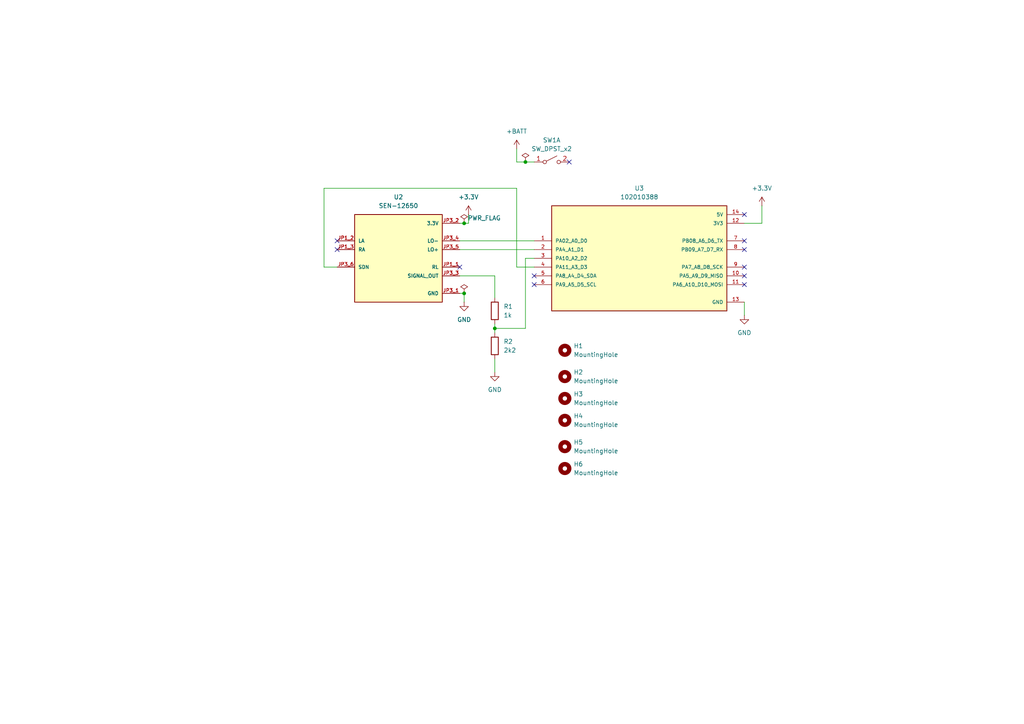
<source format=kicad_sch>
(kicad_sch (version 20231120) (generator "eeschema") (generator_version "8.0")
  (paper "A4")
  (lib_symbols
    (symbol "102010388:102010388" (pin_names (offset 1.016))
      (property "Reference" "U" (at -25.4 16.002 0))
      (property "Value" "102010388" (at -25.4 -17.78 0))
      (symbol "102010388_0_0"
        (rectangle (start -25.4 -15.24) (end 25.4 15.24) (stroke (width 0.254)) (fill (type background)))
        (pin bidirectional line (at -30.48 5.08 0) (length 5.08) (name "PA02_A0_D0") (number "1"))
        (pin bidirectional line (at 30.48 -5.08 180) (length 5.08) (name "PA5_A9_D9_MISO") (number "10"))
        (pin bidirectional line (at 30.48 -7.62 180) (length 5.08) (name "PA6_A10_D10_MOSI") (number "11"))
        (pin power_in line (at 30.48 10.16 180) (length 5.08) (name "3V3") (number "12"))
        (pin power_in line (at 30.48 -12.7 180) (length 5.08) (name "GND") (number "13"))
        (pin power_in line (at 30.48 12.7 180) (length 5.08) (name "5V") (number "14"))
        (pin bidirectional line (at -30.48 2.54 0) (length 5.08) (name "PA4_A1_D1") (number "2"))
        (pin bidirectional line (at -30.48 0 0) (length 5.08) (name "PA10_A2_D2") (number "3"))
        (pin bidirectional line (at -30.48 -2.54 0) (length 5.08) (name "PA11_A3_D3") (number "4"))
        (pin bidirectional line (at -30.48 -5.08 0) (length 5.08) (name "PA8_A4_D4_SDA") (number "5"))
        (pin bidirectional line (at -30.48 -7.62 0) (length 5.08) (name "PA9_A5_D5_SCL") (number "6"))
        (pin bidirectional line (at 30.48 5.08 180) (length 5.08) (name "PB08_A6_D6_TX") (number "7"))
        (pin bidirectional line (at 30.48 2.54 180) (length 5.08) (name "PB09_A7_D7_RX") (number "8"))
        (pin bidirectional line (at 30.48 -2.54 180) (length 5.08) (name "PA7_A8_D8_SCK") (number "9"))
      )
    )
    (symbol "Device:R" (pin_numbers hide) (pin_names (offset 0))
      (property "Reference" "R" (at 2.032 0 90))
      (property "Value" "R" (at 0 0 90))
      (symbol "R_0_1"
        (rectangle (start -1.016 -2.54) (end 1.016 2.54) (stroke (width 0.254)))
      )
      (symbol "R_1_1"
        (pin passive line (at 0 3.81 270) (length 1.27) (name "~") (number "1"))
        (pin passive line (at 0 -3.81 90) (length 1.27) (name "~") (number "2"))
      )
    )
    (symbol "Mechanical:MountingHole" (pin_names (offset 1.016))
      (property "Reference" "H" (at 0 5.08 0))
      (property "Value" "MountingHole" (at 0 3.175 0))
      (symbol "MountingHole_0_1"
        (circle (center 0 0) (radius 1.27) (stroke (width 1.27)))
      )
    )
    (symbol "SEN-12650:SEN-12650" (pin_names (offset 1.016))
      (property "Reference" "U" (at -12.7 13.462 0))
      (property "Value" "SEN-12650" (at -12.7 -15.24 0))
      (symbol "SEN-12650_0_0"
        (rectangle (start -12.7 -12.7) (end 12.7 12.7) (stroke (width 0.254)) (fill (type background)))
        (pin output line (at 17.78 -2.54 180) (length 5.08) (name "RL") (number "JP1_1"))
        (pin input line (at -17.78 5.08 0) (length 5.08) (name "LA") (number "JP1_2"))
        (pin input line (at -17.78 2.54 0) (length 5.08) (name "RA") (number "JP1_3"))
        (pin power_in line (at 17.78 -10.16 180) (length 5.08) (name "GND") (number "JP3_1"))
        (pin power_in line (at 17.78 10.16 180) (length 5.08) (name "3.3V") (number "JP3_2"))
        (pin output line (at 17.78 -5.08 180) (length 5.08) (name "SIGNAL_OUT") (number "JP3_3"))
        (pin output line (at 17.78 5.08 180) (length 5.08) (name "LO-") (number "JP3_4"))
        (pin output line (at 17.78 2.54 180) (length 5.08) (name "LO+") (number "JP3_5"))
        (pin input line (at -17.78 -2.54 0) (length 5.08) (name "SDN") (number "JP3_6"))
      )
    )
    (symbol "Switch:SW_DPST_x2" (pin_names (offset 0) hide)
      (property "Reference" "SW" (at 0 3.175 0))
      (property "Value" "SW_DPST_x2" (at 0 -2.54 0))
      (symbol "SW_DPST_x2_0_0"
        (circle (center -2.032 0) (radius 0.508))
        (polyline (pts (xy -1.524 0.254) (xy 1.524 1.778)))
        (circle (center 2.032 0) (radius 0.508))
      )
      (symbol "SW_DPST_x2_1_1"
        (pin passive line (at -5.08 0 0) (length 2.54) (name "A") (number "1"))
        (pin passive line (at 5.08 0 180) (length 2.54) (name "B") (number "2"))
      )
      (symbol "SW_DPST_x2_2_1"
        (pin passive line (at -5.08 0 0) (length 2.54) (name "A") (number "3"))
        (pin passive line (at 5.08 0 180) (length 2.54) (name "B") (number "4"))
      )
    )
    (symbol "power:+3.3V" (power) (pin_numbers hide) (pin_names (offset 0) hide)
      (property "Value" "+3.3V" (at 0 3.556 0))
      (symbol "+3.3V_0_1"
        (polyline (pts (xy -0.762 1.27) (xy 0 2.54)))
        (polyline (pts (xy 0 0) (xy 0 2.54)))
        (polyline (pts (xy 0 2.54) (xy 0.762 1.27)))
      )
      (symbol "+3.3V_1_1"
        (pin power_in line (at 0 0 90) (length 0) (name "~") (number "1"))
      )
    )
    (symbol "power:+BATT" (power) (pin_numbers hide) (pin_names (offset 0) hide)
      (property "Value" "+BATT" (at 0 3.556 0))
      (symbol "+BATT_0_1"
        (polyline (pts (xy -0.762 1.27) (xy 0 2.54)))
        (polyline (pts (xy 0 0) (xy 0 2.54)))
        (polyline (pts (xy 0 2.54) (xy 0.762 1.27)))
      )
      (symbol "+BATT_1_1"
        (pin power_in line (at 0 0 90) (length 0) (name "~") (number "1"))
      )
    )
    (symbol "power:GND" (power) (pin_numbers hide) (pin_names (offset 0) hide)
      (property "Value" "GND" (at 0 -3.81 0))
      (symbol "GND_0_1"
        (polyline (pts (xy 0 0) (xy 0 -1.27) (xy 1.27 -1.27) (xy 0 -2.54) (xy -1.27 -1.27) (xy 0 -1.27)))
      )
      (symbol "GND_1_1"
        (pin power_in line (at 0 0 270) (length 0) (name "~") (number "1"))
      )
    )
    (symbol "power:PWR_FLAG" (power) (pin_numbers hide) (pin_names (offset 0) hide)
      (property "Value" "PWR_FLAG" (at 0 3.81 0))
      (symbol "PWR_FLAG_0_0"
        (pin power_out line (at 0 0 90) (length 0) (name "~") (number "1"))
      )
      (symbol "PWR_FLAG_0_1"
        (polyline (pts (xy 0 0) (xy 0 1.27) (xy -1.016 1.905) (xy 0 2.54) (xy 1.016 1.905) (xy 0 1.27)))
      )
    )
  )
  (junction (at 134.62 64.77))
  (junction (at 143.51 95.25))
  (junction (at 152.4 46.99))
  (junction (at 134.62 85.09))
  (no_connect (at 154.94 80.01))
  (no_connect (at 215.9 80.01))
  (no_connect (at 215.9 62.23))
  (no_connect (at 215.9 69.85))
  (no_connect (at 215.9 82.55))
  (no_connect (at 97.79 72.39))
  (no_connect (at 165.1 46.99))
  (no_connect (at 215.9 77.47))
  (no_connect (at 97.79 69.85))
  (no_connect (at 215.9 72.39))
  (no_connect (at 154.94 82.55))
  (no_connect (at 133.35 77.47))
  (wire (pts (xy 97.79 77.47) (xy 93.98 77.47)))
  (wire (pts (xy 134.62 64.77) (xy 135.89 64.77)))
  (wire (pts (xy 143.51 104.14) (xy 143.51 107.95)))
  (wire (pts (xy 133.35 69.85) (xy 154.94 69.85)))
  (wire (pts (xy 220.98 59.69) (xy 220.98 64.77)))
  (wire (pts (xy 143.51 95.25) (xy 143.51 96.52)))
  (wire (pts (xy 149.86 54.61) (xy 149.86 77.47)))
  (wire (pts (xy 143.51 93.98) (xy 143.51 95.25)))
  (wire (pts (xy 154.94 46.99) (xy 152.4 46.99)))
  (wire (pts (xy 152.4 74.93) (xy 154.94 74.93)))
  (wire (pts (xy 152.4 95.25) (xy 143.51 95.25)))
  (wire (pts (xy 135.89 64.77) (xy 135.89 62.23)))
  (wire (pts (xy 133.35 64.77) (xy 134.62 64.77)))
  (wire (pts (xy 143.51 80.01) (xy 143.51 86.36)))
  (wire (pts (xy 93.98 54.61) (xy 149.86 54.61)))
  (wire (pts (xy 149.86 46.99) (xy 149.86 43.18)))
  (wire (pts (xy 133.35 72.39) (xy 154.94 72.39)))
  (wire (pts (xy 93.98 77.47) (xy 93.98 54.61)))
  (wire (pts (xy 134.62 87.63) (xy 134.62 85.09)))
  (wire (pts (xy 133.35 80.01) (xy 143.51 80.01)))
  (wire (pts (xy 152.4 46.99) (xy 149.86 46.99)))
  (wire (pts (xy 152.4 74.93) (xy 152.4 95.25)))
  (wire (pts (xy 149.86 77.47) (xy 154.94 77.47)))
  (wire (pts (xy 134.62 85.09) (xy 133.35 85.09)))
  (wire (pts (xy 220.98 64.77) (xy 215.9 64.77)))
  (wire (pts (xy 215.9 87.63) (xy 215.9 91.44)))
  (symbol (lib_id "power:GND") (at 134.62 87.63 0) (unit 1)
    (property "Reference" "#PWR04" (effects (hide yes)))
    (property "Value" "GND" (at 134.62 92.71 0))
    (property "Description" "Power symbol creates a global label with name \"GND\" , ground" (effects (hide yes)))
  )
  (symbol (lib_id "power:+BATT") (at 149.86 43.18 0) (unit 1)
    (property "Reference" "#PWR07" (effects (hide yes)))
    (property "Value" "+BATT" (at 149.86 38.1 0))
    (property "Description" "Power symbol creates a global label with name \"+BATT\"" (effects (hide yes)))
  )
  (symbol (lib_id "Mechanical:MountingHole") (at 163.83 129.54 0) (unit 1)
    (property "Reference" "H5" (at 166.37 128.2699 0) (effects (justify left)))
    (property "Value" "MountingHole" (at 166.37 130.8099 0) (effects (justify left)))
    (property "Footprint" "MountingHole:MountingHole_3.2mm_M3" (effects (hide yes)))
    (property "Description" "Mounting Hole without connection" (effects (hide yes)))
  )
  (symbol (lib_id "Mechanical:MountingHole") (at 163.83 135.89 0) (unit 1)
    (property "Reference" "H6" (at 166.37 134.6199 0) (effects (justify left)))
    (property "Value" "MountingHole" (at 166.37 137.1599 0) (effects (justify left)))
    (property "Footprint" "MountingHole:MountingHole_3.2mm_M3" (effects (hide yes)))
    (property "Description" "Mounting Hole without connection" (effects (hide yes)))
  )
  (symbol (lib_id "Device:R") (at 143.51 90.17 0) (unit 1)
    (property "Reference" "R1" (at 146.05 88.8999 0) (effects (justify left)))
    (property "Value" "1k" (at 146.05 91.4399 0) (effects (justify left)))
    (property "Footprint" "Resistor_THT:R_Axial_DIN0207_L6.3mm_D2.5mm_P7.62mm_Horizontal" (effects (hide yes)))
    (property "Description" "Resistor" (effects (hide yes)))
  )
  (symbol (lib_id "102010388:102010388") (at 185.42 74.93 0) (unit 1)
    (property "Reference" "U3" (at 185.42 54.61 0))
    (property "Value" "102010388" (at 185.42 57.15 0))
    (property "Footprint" "SEN-12650(1):MODULE_102010388" (effects (hide yes)))
    (property "MF" "seeed technology limited" (effects (hide yes)))
    (property "MAXIMUM_PACKAGE_HEIGHT" "N/A" (effects (hide yes)))
    (property "Package" "None" (effects (hide yes)))
    (property "Price" "None" (effects (hide yes)))
    (property "Check_prices" "https://www.snapeda.com/parts/102010388/Techno/view-part/?ref=eda" (effects (hide yes)))
    (property "STANDARD" "Manufacturer Recommendations" (effects (hide yes)))
    (property "PARTREV" "N/A" (effects (hide yes)))
    (property "SnapEDA_Link" "https://www.snapeda.com/parts/102010388/Techno/view-part/?ref=snap" (effects (hide yes)))
    (property "MP" "102010388" (effects (hide yes)))
    (property "Description_1" "\nSAMD21G18 Seeeduino XIAO - ARM® Cortex®-M0 MCU 32-Bit Embedded Evaluation Board\n" (effects (hide yes)))
    (property "MANUFACTURER" "Seeed Technology" (effects (hide yes)))
    (property "Availability" "In Stock" (effects (hide yes)))
    (property "SNAPEDA_PN" "102010388" (effects (hide yes)))
  )
  (symbol (lib_id "Mechanical:MountingHole") (at 163.83 121.92 0) (unit 1)
    (property "Reference" "H4" (at 166.37 120.6499 0) (effects (justify left)))
    (property "Value" "MountingHole" (at 166.37 123.1899 0) (effects (justify left)))
    (property "Footprint" "MountingHole:MountingHole_3.2mm_M3" (effects (hide yes)))
    (property "Description" "Mounting Hole without connection" (effects (hide yes)))
  )
  (symbol (lib_id "power:PWR_FLAG") (at 134.62 64.77 0) (unit 1)
    (property "Reference" "#FLG01" (effects (hide yes)))
    (property "Value" "PWR_FLAG" (at 140.462 63.246 0))
    (property "Description" "Special symbol for telling ERC where power comes from" (effects (hide yes)))
  )
  (symbol (lib_id "SEN-12650:SEN-12650") (at 115.57 74.93 0) (unit 1)
    (property "Reference" "U2" (at 115.57 57.15 0))
    (property "Value" "SEN-12650" (at 115.57 59.69 0))
    (property "Footprint" "SEN-12650(1):MODULE_SEN-12650" (effects (hide yes)))
    (property "MF" "SparkFun Electronics" (effects (hide yes)))
    (property "MAXIMUM_PACKAGE_HEIGHT" "5mm" (effects (hide yes)))
    (property "Package" "None" (effects (hide yes)))
    (property "Price" "None" (effects (hide yes)))
    (property "Check_prices" "https://www.snapeda.com/parts/SEN-12650/SparkFun+Electronics/view-part/?ref=eda" (effects (hide yes)))
    (property "STANDARD" "Manufacturer Recommendations" (effects (hide yes)))
    (property "PARTREV" "V10" (effects (hide yes)))
    (property "SnapEDA_Link" "https://www.snapeda.com/parts/SEN-12650/SparkFun+Electronics/view-part/?ref=snap" (effects (hide yes)))
    (property "MP" "SEN-12650" (effects (hide yes)))
    (property "Description_1" "\nAD8232 Analog Front End (AFE) for ECG, EKG Interface Evaluation Board\n" (effects (hide yes)))
    (property "SNAPEDA_PN" "SEN-12650" (effects (hide yes)))
    (property "Availability" "In Stock" (effects (hide yes)))
    (property "MANUFACTURER" "Sparkfun Electornics" (effects (hide yes)))
  )
  (symbol (lib_id "Mechanical:MountingHole") (at 163.83 109.22 0) (unit 1)
    (property "Reference" "H2" (at 166.37 107.9499 0) (effects (justify left)))
    (property "Value" "MountingHole" (at 166.37 110.4899 0) (effects (justify left)))
    (property "Footprint" "MountingHole:MountingHole_3.2mm_M3" (effects (hide yes)))
    (property "Description" "Mounting Hole without connection" (effects (hide yes)))
  )
  (symbol (lib_id "power:+3.3V") (at 135.89 62.23 0) (unit 1)
    (property "Reference" "#PWR05" (effects (hide yes)))
    (property "Value" "+3.3V" (at 135.89 57.15 0))
    (property "Description" "Power symbol creates a global label with name \"+3.3V\"" (effects (hide yes)))
  )
  (symbol (lib_id "power:+3.3V") (at 220.98 59.69 0) (unit 1)
    (property "Reference" "#PWR03" (effects (hide yes)))
    (property "Value" "+3.3V" (at 220.98 54.61 0))
    (property "Description" "Power symbol creates a global label with name \"+3.3V\"" (effects (hide yes)))
  )
  (symbol (lib_id "Device:R") (at 143.51 100.33 0) (unit 1)
    (property "Reference" "R2" (at 146.05 99.0599 0) (effects (justify left)))
    (property "Value" "2k2" (at 146.05 101.5999 0) (effects (justify left)))
    (property "Footprint" "Resistor_THT:R_Axial_DIN0207_L6.3mm_D2.5mm_P7.62mm_Horizontal" (effects (hide yes)))
    (property "Description" "Resistor" (effects (hide yes)))
  )
  (symbol (lib_id "power:PWR_FLAG") (at 152.4 46.99 0) (unit 1)
    (property "Reference" "#FLG03" (effects (hide yes)))
    (property "Value" "PWR_FLAG" (effects (hide yes)))
    (property "Description" "Special symbol for telling ERC where power comes from" (effects (hide yes)))
  )
  (symbol (lib_id "Mechanical:MountingHole") (at 163.83 101.6 0) (unit 1)
    (property "Reference" "H1" (at 166.37 100.3299 0) (effects (justify left)))
    (property "Value" "MountingHole" (at 166.37 102.8699 0) (effects (justify left)))
    (property "Footprint" "MountingHole:MountingHole_3.2mm_M3" (effects (hide yes)))
    (property "Description" "Mounting Hole without connection" (effects (hide yes)))
  )
  (symbol (lib_id "power:GND") (at 143.51 107.95 0) (unit 1)
    (property "Reference" "#PWR02" (effects (hide yes)))
    (property "Value" "GND" (at 143.51 113.03 0))
    (property "Description" "Power symbol creates a global label with name \"GND\" , ground" (effects (hide yes)))
  )
  (symbol (lib_id "power:GND") (at 215.9 91.44 0) (unit 1)
    (property "Reference" "#PWR01" (effects (hide yes)))
    (property "Value" "GND" (at 215.9 96.52 0))
    (property "Description" "Power symbol creates a global label with name \"GND\" , ground" (effects (hide yes)))
  )
  (symbol (lib_id "power:PWR_FLAG") (at 134.62 85.09 0) (unit 1)
    (property "Reference" "#FLG02" (effects (hide yes)))
    (property "Value" "PWR_FLAG" (effects (hide yes)))
    (property "Description" "Special symbol for telling ERC where power comes from" (effects (hide yes)))
  )
  (symbol (lib_id "Mechanical:MountingHole") (at 163.83 115.57 0) (unit 1)
    (property "Reference" "H3" (at 166.37 114.2999 0) (effects (justify left)))
    (property "Value" "MountingHole" (at 166.37 116.8399 0) (effects (justify left)))
    (property "Footprint" "MountingHole:MountingHole_3.2mm_M3" (effects (hide yes)))
    (property "Description" "Mounting Hole without connection" (effects (hide yes)))
  )
  (symbol (lib_id "Switch:SW_DPST_x2") (at 160.02 46.99 0) (unit 1)
    (property "Reference" "SW1" (at 160.02 40.64 0))
    (property "Value" "SW_DPST_x2" (at 160.02 43.18 0))
    (property "Footprint" "Button_Switch_THT:SW_DIP_SPSTx01_Slide_9.78x4.72mm_W7.62mm_P2.54mm" (effects (hide yes)))
    (property "Description" "Single Pole Single Throw (SPST) switch, separate symbol" (effects (hide yes)))
  )
)
</source>
